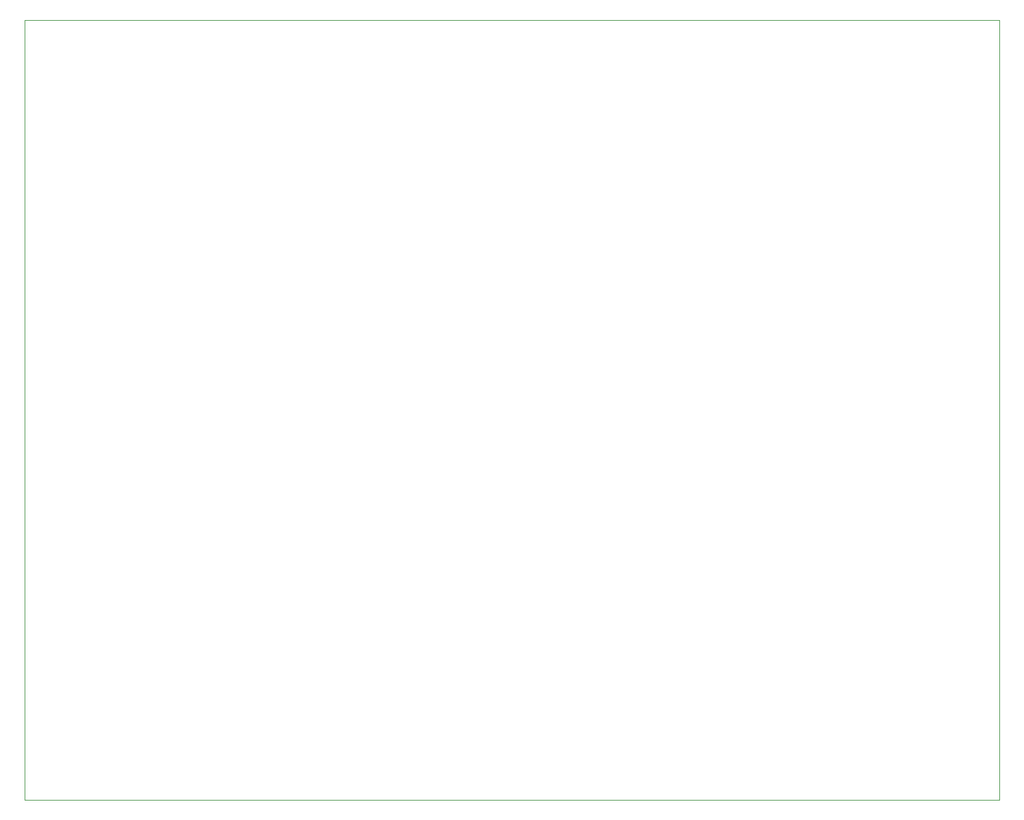
<source format=gbr>
G04 #@! TF.GenerationSoftware,KiCad,Pcbnew,(5.1.10-1-10_14)*
G04 #@! TF.CreationDate,2022-10-09T23:43:03+02:00*
G04 #@! TF.ProjectId,BoatCentralBoard,426f6174-4365-46e7-9472-616c426f6172,rev?*
G04 #@! TF.SameCoordinates,Original*
G04 #@! TF.FileFunction,Profile,NP*
%FSLAX46Y46*%
G04 Gerber Fmt 4.6, Leading zero omitted, Abs format (unit mm)*
G04 Created by KiCad (PCBNEW (5.1.10-1-10_14)) date 2022-10-09 23:43:03*
%MOMM*%
%LPD*%
G01*
G04 APERTURE LIST*
G04 #@! TA.AperFunction,Profile*
%ADD10C,0.100000*%
G04 #@! TD*
G04 APERTURE END LIST*
D10*
X208719400Y-39701200D02*
X81490800Y-39701200D01*
X208719400Y-141580600D02*
X208719400Y-39701200D01*
X81490800Y-141580600D02*
X208719400Y-141580600D01*
X81490800Y-39701200D02*
X81490800Y-141580600D01*
M02*

</source>
